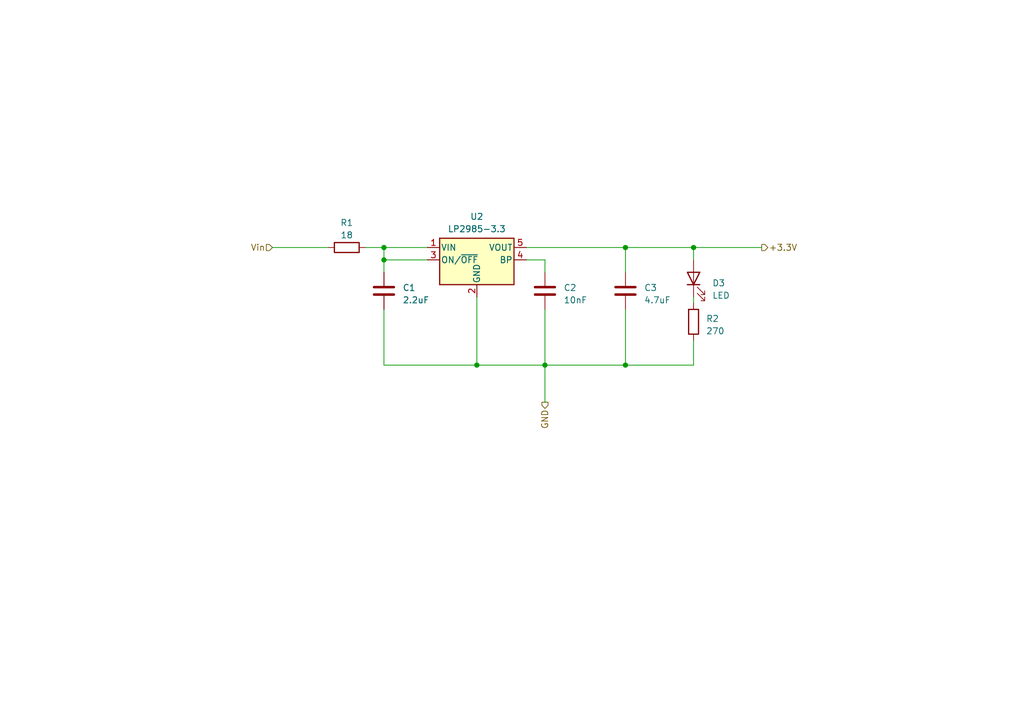
<source format=kicad_sch>
(kicad_sch (version 20230121) (generator eeschema)
  (paper "A5")
  (title_block (date "2023-05-14") (rev "1"))
  (lib_symbols
    (symbol "Device:C" (pin_numbers hide) (pin_names (offset 0.254))
      (property "Reference" "C" (at 0.635 2.54 0))
      (property "Value" "C" (at 0.635 -2.54 0))
      (symbol "C_0_1"
        (polyline (pts (xy -2.032 -0.762) (xy 2.032 -0.762)) (stroke (width 0.508)))
        (polyline (pts (xy -2.032 0.762) (xy 2.032 0.762)) (stroke (width 0.508)))
      )
      (symbol "C_1_1"
        (pin passive line (at 0 3.81 270) (length 2.794) (name "~") (number "1"))
        (pin passive line (at 0 -3.81 90) (length 2.794) (name "~") (number "2"))
      )
    )
    (symbol "Device:LED" (pin_numbers hide) (pin_names (offset 1.016) hide)
      (property "Reference" "D" (at 0 2.54 0))
      (property "Value" "LED" (at 0 -2.54 0))
      (symbol "LED_0_1"
        (polyline (pts (xy -1.27 -1.27) (xy -1.27 1.27)) (stroke (width 0.254)))
        (polyline (pts (xy -1.27 0) (xy 1.27 0)))
        (polyline (pts (xy 1.27 -1.27) (xy 1.27 1.27) (xy -1.27 0) (xy 1.27 -1.27)) (stroke (width 0.254)))
        (polyline (pts (xy -3.048 -0.762) (xy -4.572 -2.286) (xy -3.81 -2.286) (xy -4.572 -2.286) (xy -4.572 -1.524)))
        (polyline (pts (xy -1.778 -0.762) (xy -3.302 -2.286) (xy -2.54 -2.286) (xy -3.302 -2.286) (xy -3.302 -1.524)))
      )
      (symbol "LED_1_1"
        (pin passive line (at -3.81 0 0) (length 2.54) (name "K") (number "1"))
        (pin passive line (at 3.81 0 180) (length 2.54) (name "A") (number "2"))
      )
    )
    (symbol "Device:R" (pin_numbers hide) (pin_names (offset 0))
      (property "Reference" "R" (at 2.032 0 90))
      (property "Value" "R" (at 0 0 90))
      (symbol "R_0_1"
        (rectangle (start -1.016 -2.54) (end 1.016 2.54) (stroke (width 0.254)))
      )
      (symbol "R_1_1"
        (pin passive line (at 0 3.81 270) (length 1.27) (name "~") (number "1"))
        (pin passive line (at 0 -3.81 90) (length 1.27) (name "~") (number "2"))
      )
    )
    (symbol "Regulator_Linear:LP2985-3.3" (pin_names (offset 0.254))
      (property "Reference" "U" (at -6.35 5.715 0))
      (property "Value" "LP2985-3.3" (at 0 5.715 0))
      (symbol "LP2985-3.3_0_1"
        (rectangle (start -7.62 -5.08) (end 7.62 4.445) (stroke (width 0.254)) (fill (type background)))
      )
      (symbol "LP2985-3.3_1_1"
        (pin power_in line (at -10.16 2.54 0) (length 2.54) (name "VIN") (number "1"))
        (pin power_in line (at 0 -7.62 90) (length 2.54) (name "GND") (number "2"))
        (pin input line (at -10.16 0 0) (length 2.54) (name "ON/~{OFF}") (number "3"))
        (pin input line (at 10.16 0 180) (length 2.54) (name "BP") (number "4"))
        (pin power_out line (at 10.16 2.54 180) (length 2.54) (name "VOUT") (number "5"))
      )
    )
  )
  (junction (at 142.24 50.8))
  (junction (at 111.76 74.93))
  (junction (at 78.74 50.8))
  (junction (at 78.74 53.34))
  (junction (at 128.27 50.8))
  (junction (at 97.79 74.93))
  (junction (at 128.27 74.93))
  (wire (pts (xy 78.74 63.5) (xy 78.74 74.93)))
  (wire (pts (xy 78.74 53.34) (xy 78.74 55.88)))
  (wire (pts (xy 78.74 74.93) (xy 97.79 74.93)))
  (wire (pts (xy 111.76 53.34) (xy 111.76 55.88)))
  (wire (pts (xy 142.24 50.8) (xy 156.21 50.8)))
  (wire (pts (xy 78.74 53.34) (xy 87.63 53.34)))
  (wire (pts (xy 55.88 50.8) (xy 67.31 50.8)))
  (wire (pts (xy 111.76 74.93) (xy 111.76 82.55)))
  (wire (pts (xy 78.74 50.8) (xy 78.74 53.34)))
  (wire (pts (xy 97.79 60.96) (xy 97.79 74.93)))
  (wire (pts (xy 142.24 74.93) (xy 128.27 74.93)))
  (wire (pts (xy 107.95 53.34) (xy 111.76 53.34)))
  (wire (pts (xy 74.93 50.8) (xy 78.74 50.8)))
  (wire (pts (xy 97.79 74.93) (xy 111.76 74.93)))
  (wire (pts (xy 107.95 50.8) (xy 128.27 50.8)))
  (wire (pts (xy 111.76 63.5) (xy 111.76 74.93)))
  (wire (pts (xy 128.27 74.93) (xy 111.76 74.93)))
  (wire (pts (xy 78.74 50.8) (xy 87.63 50.8)))
  (wire (pts (xy 128.27 50.8) (xy 128.27 55.88)))
  (wire (pts (xy 128.27 50.8) (xy 142.24 50.8)))
  (wire (pts (xy 142.24 74.93) (xy 142.24 69.85)))
  (wire (pts (xy 128.27 63.5) (xy 128.27 74.93)))
  (wire (pts (xy 142.24 53.34) (xy 142.24 50.8)))
  (wire (pts (xy 142.24 60.96) (xy 142.24 62.23)))
  (hierarchical_label "Vin" (shape input) (at 55.88 50.8 180))
  (hierarchical_label "+3.3V" (shape output) (at 156.21 50.8 0))
  (hierarchical_label "GND" (shape output) (at 111.76 82.55 270))
  (symbol (lib_id "Device:C") (at 111.76 59.69 0) (unit 1)
    (property "Reference" "C2" (at 115.57 59.055 0) (effects (justify left)))
    (property "Value" "10nF" (at 115.57 61.595 0) (effects (justify left)))
    (property "Footprint" "Capacitor_SMD:C_0603_1608Metric" (effects hide))
  )
  (symbol (lib_id "Device:R") (at 71.12 50.8 90) (unit 1)
    (property "Reference" "R1" (at 71.12 45.72 90))
    (property "Value" "18" (at 71.12 48.26 90))
    (property "Footprint" "Resistor_SMD:R_0805_2012Metric" (effects hide))
  )
  (symbol (lib_id "Device:LED") (at 142.24 57.15 90) (unit 1)
    (property "Reference" "D3" (at 146.05 58.1025 90) (effects (justify right)))
    (property "Value" "LED" (at 146.05 60.6425 90) (effects (justify right)))
    (property "Footprint" "LED_SMD:LED_0805_2012Metric" (effects hide))
  )
  (symbol (lib_id "Regulator_Linear:LP2985-3.3") (at 97.79 53.34 0) (unit 1)
    (property "Reference" "U2" (at 97.79 44.45 0))
    (property "Value" "LP2985-3.3" (at 97.79 46.99 0))
    (property "Footprint" "Package_TO_SOT_SMD:SOT-23-5" (effects hide))
    (property "Datasheet" "http://www.ti.com/lit/ds/symlink/lp2985.pdf" (effects hide))
  )
  (symbol (lib_id "Device:R") (at 142.24 66.04 180) (unit 1)
    (property "Reference" "R2" (at 144.78 65.405 0) (effects (justify right)))
    (property "Value" "270" (at 144.78 67.945 0) (effects (justify right)))
    (property "Footprint" "Resistor_SMD:R_0603_1608Metric" (effects hide))
  )
  (symbol (lib_id "Device:C") (at 128.27 59.69 0) (unit 1)
    (property "Reference" "C3" (at 132.08 59.055 0) (effects (justify left)))
    (property "Value" "4.7uF" (at 132.08 61.595 0) (effects (justify left)))
    (property "Footprint" "Capacitor_SMD:C_0805_2012Metric" (effects hide))
  )
  (symbol (lib_id "Device:C") (at 78.74 59.69 0) (unit 1)
    (property "Reference" "C1" (at 82.55 59.055 0) (effects (justify left)))
    (property "Value" "2.2uF" (at 82.55 61.595 0) (effects (justify left)))
    (property "Footprint" "Capacitor_SMD:C_0805_2012Metric" (effects hide))
  )
)
</source>
